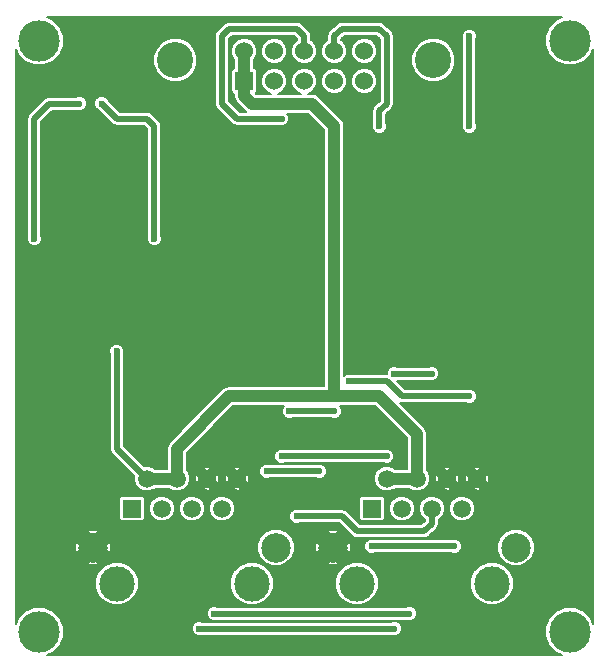
<source format=gbl>
G04 (created by PCBNEW (2013-may-18)-stable) date Wed 22 Oct 2014 04:49:01 PM CEST*
%MOIN*%
G04 Gerber Fmt 3.4, Leading zero omitted, Abs format*
%FSLAX34Y34*%
G01*
G70*
G90*
G04 APERTURE LIST*
%ADD10C,0.00590551*%
%ADD11C,0.11811*%
%ADD12R,0.0591X0.0591*%
%ADD13C,0.0591*%
%ADD14C,0.0984252*%
%ADD15C,0.137795*%
%ADD16C,0.12*%
%ADD17R,0.06X0.06*%
%ADD18C,0.06*%
%ADD19C,0.023622*%
%ADD20C,0.019685*%
%ADD21C,0.0393701*%
%ADD22C,0.0067*%
G04 APERTURE END LIST*
G54D10*
G54D11*
X55250Y-32500D03*
X50750Y-32500D03*
G54D12*
X51250Y-30000D03*
G54D13*
X51750Y-29000D03*
X52250Y-30000D03*
X52750Y-29000D03*
X53250Y-30000D03*
X53750Y-29000D03*
X54250Y-30000D03*
X54750Y-29000D03*
G54D14*
X49950Y-31299D03*
X56050Y-31299D03*
G54D11*
X47250Y-32500D03*
X42750Y-32500D03*
G54D12*
X43250Y-30000D03*
G54D13*
X43750Y-29000D03*
X44250Y-30000D03*
X44750Y-29000D03*
X45250Y-30000D03*
X45750Y-29000D03*
X46250Y-30000D03*
X46750Y-29000D03*
G54D14*
X41950Y-31299D03*
X48050Y-31299D03*
G54D15*
X40150Y-14400D03*
X40150Y-34100D03*
X57850Y-34100D03*
X57850Y-14400D03*
G54D16*
X53300Y-15050D03*
X44700Y-15050D03*
G54D17*
X47000Y-15750D03*
G54D18*
X47000Y-14750D03*
X48000Y-15750D03*
X48000Y-14750D03*
X49000Y-15750D03*
X49000Y-14750D03*
X50000Y-15750D03*
X50000Y-14750D03*
X51000Y-15750D03*
X51000Y-14750D03*
G54D19*
X42750Y-24750D03*
X41500Y-16500D03*
X40000Y-21000D03*
X42250Y-16500D03*
X44000Y-21000D03*
X52000Y-34000D03*
X45500Y-34000D03*
X48250Y-28250D03*
X51750Y-28250D03*
X48750Y-30250D03*
X46000Y-33500D03*
X52500Y-33500D03*
X53250Y-25500D03*
X52000Y-25500D03*
X56750Y-21500D03*
X55250Y-21500D03*
X53750Y-21500D03*
X52250Y-21500D03*
X50750Y-21500D03*
X49250Y-21500D03*
X47750Y-21500D03*
X46250Y-21500D03*
X48500Y-26750D03*
X50000Y-26750D03*
X54500Y-26250D03*
X50500Y-25750D03*
X51250Y-31250D03*
X54000Y-31250D03*
X49500Y-28750D03*
X47750Y-28750D03*
X54500Y-14250D03*
X54500Y-17250D03*
X51500Y-17250D03*
X48250Y-17000D03*
G54D20*
X42750Y-28000D02*
X43750Y-29000D01*
X42750Y-24750D02*
X42750Y-28000D01*
G54D21*
X50000Y-26250D02*
X50000Y-25500D01*
X50000Y-25500D02*
X50000Y-17250D01*
X47000Y-16250D02*
X47000Y-15750D01*
X47000Y-16250D02*
X47250Y-16500D01*
X47250Y-16500D02*
X49250Y-16500D01*
X49250Y-16500D02*
X50000Y-17250D01*
X47000Y-14750D02*
X47000Y-15750D01*
G54D20*
X40500Y-16500D02*
X41500Y-16500D01*
X40000Y-17000D02*
X40500Y-16500D01*
X40000Y-17000D02*
X40000Y-21000D01*
G54D21*
X46500Y-26250D02*
X50000Y-26250D01*
X50000Y-26250D02*
X51500Y-26250D01*
X52750Y-29000D02*
X52750Y-27500D01*
X52750Y-27500D02*
X51500Y-26250D01*
X46500Y-26250D02*
X46500Y-26250D01*
X44750Y-28000D02*
X46500Y-26250D01*
X44750Y-28000D02*
X44750Y-28000D01*
X44750Y-28000D02*
X44750Y-29000D01*
X51750Y-29000D02*
X52750Y-29000D01*
X43750Y-29000D02*
X44750Y-29000D01*
G54D20*
X42250Y-16500D02*
X42750Y-17000D01*
X42750Y-17000D02*
X43750Y-17000D01*
X43750Y-17000D02*
X44000Y-17250D01*
X44000Y-17250D02*
X44000Y-21000D01*
X45500Y-34000D02*
X52000Y-34000D01*
X51750Y-28250D02*
X48250Y-28250D01*
X53250Y-30500D02*
X53250Y-30000D01*
X53000Y-30750D02*
X53250Y-30500D01*
X50750Y-30750D02*
X53000Y-30750D01*
X50250Y-30250D02*
X50750Y-30750D01*
X50000Y-30250D02*
X50250Y-30250D01*
X48750Y-30250D02*
X50000Y-30250D01*
X46000Y-33500D02*
X52500Y-33500D01*
X52750Y-25500D02*
X53250Y-25500D01*
X52000Y-25500D02*
X52750Y-25500D01*
X48500Y-26750D02*
X50000Y-26750D01*
X50500Y-25750D02*
X51750Y-25750D01*
X52250Y-26250D02*
X54500Y-26250D01*
X51750Y-25750D02*
X52250Y-26250D01*
X51250Y-31250D02*
X54000Y-31250D01*
X47750Y-28750D02*
X49500Y-28750D01*
X54500Y-14250D02*
X54500Y-17250D01*
X51500Y-14000D02*
X50250Y-14000D01*
X51750Y-14250D02*
X51500Y-14000D01*
X51750Y-16500D02*
X51750Y-16250D01*
X51500Y-16750D02*
X51750Y-16500D01*
X51500Y-17250D02*
X51500Y-16750D01*
X51750Y-16250D02*
X51750Y-14250D01*
X50000Y-14250D02*
X50000Y-14750D01*
X50250Y-14000D02*
X50000Y-14250D01*
X46750Y-17000D02*
X48250Y-17000D01*
X48750Y-14000D02*
X49000Y-14250D01*
X49000Y-14750D02*
X49000Y-14250D01*
X46250Y-16250D02*
X46250Y-14250D01*
X46750Y-17000D02*
X46250Y-16500D01*
X46250Y-16500D02*
X46250Y-16250D01*
X46250Y-14250D02*
X46500Y-14000D01*
X46500Y-14000D02*
X48750Y-14000D01*
X48250Y-17000D02*
X48250Y-17000D01*
X48250Y-17000D02*
X48250Y-17000D01*
G54D10*
G36*
X58629Y-33833D02*
X58547Y-33634D01*
X58316Y-33403D01*
X58014Y-33277D01*
X57687Y-33277D01*
X57384Y-33402D01*
X57153Y-33633D01*
X57027Y-33935D01*
X57027Y-34262D01*
X57152Y-34565D01*
X57383Y-34796D01*
X57583Y-34879D01*
X56675Y-34879D01*
X56675Y-31175D01*
X56580Y-30945D01*
X56404Y-30769D01*
X56174Y-30673D01*
X55926Y-30673D01*
X55696Y-30768D01*
X55519Y-30944D01*
X55424Y-31174D01*
X55424Y-31423D01*
X55519Y-31653D01*
X55695Y-31829D01*
X55925Y-31924D01*
X56173Y-31924D01*
X56403Y-31829D01*
X56580Y-31654D01*
X56675Y-31424D01*
X56675Y-31175D01*
X56675Y-34879D01*
X55974Y-34879D01*
X55974Y-32356D01*
X55864Y-32090D01*
X55660Y-31886D01*
X55394Y-31776D01*
X55149Y-31775D01*
X55149Y-28944D01*
X55140Y-28898D01*
X55100Y-28857D01*
X54958Y-29000D01*
X55100Y-29142D01*
X55140Y-29101D01*
X55149Y-28944D01*
X55149Y-31775D01*
X55106Y-31775D01*
X54892Y-31864D01*
X54892Y-29350D01*
X54892Y-28649D01*
X54851Y-28609D01*
X54751Y-28603D01*
X54751Y-26200D01*
X54751Y-17200D01*
X54731Y-17152D01*
X54731Y-14347D01*
X54751Y-14300D01*
X54751Y-14200D01*
X54713Y-14107D01*
X54642Y-14036D01*
X54550Y-13998D01*
X54450Y-13998D01*
X54357Y-14036D01*
X54286Y-14107D01*
X54248Y-14199D01*
X54248Y-14299D01*
X54268Y-14347D01*
X54268Y-17152D01*
X54248Y-17199D01*
X54248Y-17299D01*
X54286Y-17392D01*
X54357Y-17463D01*
X54449Y-17501D01*
X54549Y-17501D01*
X54642Y-17463D01*
X54713Y-17392D01*
X54751Y-17300D01*
X54751Y-17200D01*
X54751Y-26200D01*
X54713Y-26107D01*
X54642Y-26036D01*
X54550Y-25998D01*
X54450Y-25998D01*
X54402Y-26018D01*
X54033Y-26018D01*
X54033Y-14904D01*
X53922Y-14635D01*
X53716Y-14428D01*
X53446Y-14316D01*
X53154Y-14316D01*
X52885Y-14427D01*
X52678Y-14633D01*
X52566Y-14903D01*
X52566Y-15195D01*
X52677Y-15464D01*
X52883Y-15671D01*
X53153Y-15783D01*
X53445Y-15783D01*
X53714Y-15672D01*
X53921Y-15466D01*
X54033Y-15196D01*
X54033Y-14904D01*
X54033Y-26018D01*
X52346Y-26018D01*
X52070Y-25742D01*
X52097Y-25731D01*
X52750Y-25731D01*
X53152Y-25731D01*
X53199Y-25751D01*
X53299Y-25751D01*
X53392Y-25713D01*
X53463Y-25642D01*
X53501Y-25550D01*
X53501Y-25450D01*
X53463Y-25357D01*
X53392Y-25286D01*
X53300Y-25248D01*
X53200Y-25248D01*
X53152Y-25268D01*
X52750Y-25268D01*
X52097Y-25268D01*
X52050Y-25248D01*
X51981Y-25248D01*
X51981Y-16500D01*
X51981Y-16250D01*
X51981Y-14250D01*
X51964Y-14161D01*
X51913Y-14086D01*
X51913Y-14086D01*
X51663Y-13836D01*
X51588Y-13785D01*
X51500Y-13768D01*
X51499Y-13768D01*
X50250Y-13768D01*
X50161Y-13785D01*
X50086Y-13836D01*
X50086Y-13836D01*
X49836Y-14086D01*
X49785Y-14161D01*
X49768Y-14250D01*
X49768Y-14250D01*
X49768Y-14376D01*
X49754Y-14382D01*
X49632Y-14504D01*
X49566Y-14663D01*
X49566Y-14835D01*
X49632Y-14995D01*
X49754Y-15117D01*
X49913Y-15183D01*
X50085Y-15183D01*
X50245Y-15117D01*
X50367Y-14995D01*
X50433Y-14836D01*
X50433Y-14664D01*
X50367Y-14504D01*
X50245Y-14382D01*
X50231Y-14376D01*
X50231Y-14346D01*
X50346Y-14231D01*
X51403Y-14231D01*
X51518Y-14346D01*
X51518Y-16250D01*
X51518Y-16403D01*
X51433Y-16488D01*
X51433Y-15664D01*
X51433Y-14664D01*
X51367Y-14504D01*
X51245Y-14382D01*
X51086Y-14316D01*
X50914Y-14316D01*
X50754Y-14382D01*
X50632Y-14504D01*
X50566Y-14663D01*
X50566Y-14835D01*
X50632Y-14995D01*
X50754Y-15117D01*
X50913Y-15183D01*
X51085Y-15183D01*
X51245Y-15117D01*
X51367Y-14995D01*
X51433Y-14836D01*
X51433Y-14664D01*
X51433Y-15664D01*
X51367Y-15504D01*
X51245Y-15382D01*
X51086Y-15316D01*
X50914Y-15316D01*
X50754Y-15382D01*
X50632Y-15504D01*
X50566Y-15663D01*
X50566Y-15835D01*
X50632Y-15995D01*
X50754Y-16117D01*
X50913Y-16183D01*
X51085Y-16183D01*
X51245Y-16117D01*
X51367Y-15995D01*
X51433Y-15836D01*
X51433Y-15664D01*
X51433Y-16488D01*
X51336Y-16586D01*
X51285Y-16661D01*
X51268Y-16750D01*
X51268Y-16750D01*
X51268Y-17152D01*
X51248Y-17199D01*
X51248Y-17299D01*
X51286Y-17392D01*
X51357Y-17463D01*
X51449Y-17501D01*
X51549Y-17501D01*
X51642Y-17463D01*
X51713Y-17392D01*
X51751Y-17300D01*
X51751Y-17200D01*
X51731Y-17152D01*
X51731Y-16846D01*
X51913Y-16663D01*
X51913Y-16663D01*
X51913Y-16663D01*
X51964Y-16588D01*
X51981Y-16500D01*
X51981Y-25248D01*
X51950Y-25248D01*
X51857Y-25286D01*
X51786Y-25357D01*
X51748Y-25449D01*
X51748Y-25518D01*
X50597Y-25518D01*
X50550Y-25498D01*
X50450Y-25498D01*
X50433Y-25505D01*
X50433Y-15664D01*
X50367Y-15504D01*
X50245Y-15382D01*
X50086Y-15316D01*
X49914Y-15316D01*
X49754Y-15382D01*
X49632Y-15504D01*
X49566Y-15663D01*
X49566Y-15835D01*
X49632Y-15995D01*
X49754Y-16117D01*
X49913Y-16183D01*
X50085Y-16183D01*
X50245Y-16117D01*
X50367Y-15995D01*
X50433Y-15836D01*
X50433Y-15664D01*
X50433Y-25505D01*
X50357Y-25536D01*
X50330Y-25563D01*
X50330Y-25500D01*
X50330Y-17250D01*
X50330Y-17249D01*
X50305Y-17123D01*
X50233Y-17016D01*
X50233Y-17016D01*
X49483Y-16266D01*
X49376Y-16194D01*
X49250Y-16169D01*
X49119Y-16169D01*
X49245Y-16117D01*
X49367Y-15995D01*
X49433Y-15836D01*
X49433Y-15664D01*
X49367Y-15504D01*
X49245Y-15382D01*
X49086Y-15316D01*
X48914Y-15316D01*
X48754Y-15382D01*
X48632Y-15504D01*
X48566Y-15663D01*
X48566Y-15835D01*
X48632Y-15995D01*
X48754Y-16117D01*
X48880Y-16169D01*
X48119Y-16169D01*
X48245Y-16117D01*
X48367Y-15995D01*
X48433Y-15836D01*
X48433Y-15664D01*
X48433Y-14664D01*
X48367Y-14504D01*
X48245Y-14382D01*
X48086Y-14316D01*
X47914Y-14316D01*
X47754Y-14382D01*
X47632Y-14504D01*
X47566Y-14663D01*
X47566Y-14835D01*
X47632Y-14995D01*
X47754Y-15117D01*
X47913Y-15183D01*
X48085Y-15183D01*
X48245Y-15117D01*
X48367Y-14995D01*
X48433Y-14836D01*
X48433Y-14664D01*
X48433Y-15664D01*
X48367Y-15504D01*
X48245Y-15382D01*
X48086Y-15316D01*
X47914Y-15316D01*
X47754Y-15382D01*
X47632Y-15504D01*
X47566Y-15663D01*
X47566Y-15835D01*
X47632Y-15995D01*
X47754Y-16117D01*
X47880Y-16169D01*
X47386Y-16169D01*
X47377Y-16160D01*
X47413Y-16125D01*
X47433Y-16076D01*
X47433Y-16023D01*
X47433Y-15423D01*
X47413Y-15374D01*
X47375Y-15336D01*
X47330Y-15318D01*
X47330Y-15032D01*
X47367Y-14995D01*
X47433Y-14836D01*
X47433Y-14664D01*
X47367Y-14504D01*
X47245Y-14382D01*
X47086Y-14316D01*
X46914Y-14316D01*
X46754Y-14382D01*
X46632Y-14504D01*
X46566Y-14663D01*
X46566Y-14835D01*
X46632Y-14995D01*
X46669Y-15032D01*
X46669Y-15318D01*
X46624Y-15336D01*
X46586Y-15374D01*
X46566Y-15423D01*
X46566Y-15476D01*
X46566Y-16076D01*
X46586Y-16125D01*
X46624Y-16163D01*
X46669Y-16181D01*
X46669Y-16250D01*
X46694Y-16376D01*
X46766Y-16483D01*
X47016Y-16733D01*
X47016Y-16733D01*
X47068Y-16768D01*
X46846Y-16768D01*
X46481Y-16403D01*
X46481Y-16250D01*
X46481Y-14346D01*
X46596Y-14231D01*
X48653Y-14231D01*
X48768Y-14346D01*
X48768Y-14376D01*
X48754Y-14382D01*
X48632Y-14504D01*
X48566Y-14663D01*
X48566Y-14835D01*
X48632Y-14995D01*
X48754Y-15117D01*
X48913Y-15183D01*
X49085Y-15183D01*
X49245Y-15117D01*
X49367Y-14995D01*
X49433Y-14836D01*
X49433Y-14664D01*
X49367Y-14504D01*
X49245Y-14382D01*
X49231Y-14376D01*
X49231Y-14250D01*
X49214Y-14161D01*
X49163Y-14086D01*
X49163Y-14086D01*
X48913Y-13836D01*
X48838Y-13785D01*
X48750Y-13768D01*
X48749Y-13768D01*
X46500Y-13768D01*
X46411Y-13785D01*
X46336Y-13836D01*
X46336Y-13836D01*
X46086Y-14086D01*
X46035Y-14161D01*
X46018Y-14250D01*
X46018Y-14250D01*
X46018Y-16250D01*
X46018Y-16499D01*
X46018Y-16500D01*
X46035Y-16588D01*
X46086Y-16663D01*
X46586Y-17163D01*
X46586Y-17163D01*
X46661Y-17214D01*
X46750Y-17231D01*
X46750Y-17231D01*
X46750Y-17231D01*
X48152Y-17231D01*
X48199Y-17251D01*
X48299Y-17251D01*
X48392Y-17213D01*
X48463Y-17142D01*
X48501Y-17050D01*
X48501Y-16950D01*
X48463Y-16857D01*
X48436Y-16830D01*
X49113Y-16830D01*
X49669Y-17386D01*
X49669Y-25500D01*
X49669Y-25919D01*
X46500Y-25919D01*
X46373Y-25944D01*
X46266Y-26016D01*
X45433Y-26849D01*
X45433Y-14904D01*
X45322Y-14635D01*
X45116Y-14428D01*
X44846Y-14316D01*
X44554Y-14316D01*
X44285Y-14427D01*
X44078Y-14633D01*
X43966Y-14903D01*
X43966Y-15195D01*
X44077Y-15464D01*
X44283Y-15671D01*
X44553Y-15783D01*
X44845Y-15783D01*
X45114Y-15672D01*
X45321Y-15466D01*
X45433Y-15196D01*
X45433Y-14904D01*
X45433Y-26849D01*
X44516Y-27766D01*
X44444Y-27873D01*
X44419Y-28000D01*
X44419Y-28669D01*
X44251Y-28669D01*
X44251Y-20950D01*
X44231Y-20902D01*
X44231Y-17250D01*
X44214Y-17161D01*
X44163Y-17086D01*
X44163Y-17086D01*
X43913Y-16836D01*
X43838Y-16785D01*
X43750Y-16768D01*
X43749Y-16768D01*
X42846Y-16768D01*
X42482Y-16404D01*
X42463Y-16357D01*
X42392Y-16286D01*
X42300Y-16248D01*
X42200Y-16248D01*
X42107Y-16286D01*
X42036Y-16357D01*
X41998Y-16449D01*
X41998Y-16549D01*
X42036Y-16642D01*
X42107Y-16713D01*
X42155Y-16732D01*
X42586Y-17163D01*
X42586Y-17163D01*
X42661Y-17214D01*
X42750Y-17231D01*
X42750Y-17231D01*
X42750Y-17231D01*
X43653Y-17231D01*
X43768Y-17346D01*
X43768Y-20902D01*
X43748Y-20949D01*
X43748Y-21049D01*
X43786Y-21142D01*
X43857Y-21213D01*
X43949Y-21251D01*
X44049Y-21251D01*
X44142Y-21213D01*
X44213Y-21142D01*
X44251Y-21050D01*
X44251Y-20950D01*
X44251Y-28669D01*
X44026Y-28669D01*
X43993Y-28636D01*
X43835Y-28571D01*
X43665Y-28570D01*
X43653Y-28575D01*
X42981Y-27903D01*
X42981Y-24847D01*
X43001Y-24800D01*
X43001Y-24700D01*
X42963Y-24607D01*
X42892Y-24536D01*
X42800Y-24498D01*
X42700Y-24498D01*
X42607Y-24536D01*
X42536Y-24607D01*
X42498Y-24699D01*
X42498Y-24799D01*
X42518Y-24847D01*
X42518Y-27999D01*
X42518Y-28000D01*
X42535Y-28088D01*
X42586Y-28163D01*
X43325Y-28903D01*
X43321Y-28914D01*
X43320Y-29084D01*
X43386Y-29242D01*
X43506Y-29363D01*
X43664Y-29428D01*
X43834Y-29429D01*
X43992Y-29363D01*
X44026Y-29330D01*
X44473Y-29330D01*
X44506Y-29363D01*
X44664Y-29428D01*
X44834Y-29429D01*
X44992Y-29363D01*
X45113Y-29243D01*
X45178Y-29085D01*
X45179Y-28915D01*
X45113Y-28757D01*
X45080Y-28723D01*
X45080Y-28136D01*
X46636Y-26580D01*
X48313Y-26580D01*
X48286Y-26607D01*
X48248Y-26699D01*
X48248Y-26799D01*
X48286Y-26892D01*
X48357Y-26963D01*
X48449Y-27001D01*
X48549Y-27001D01*
X48597Y-26981D01*
X49902Y-26981D01*
X49949Y-27001D01*
X50049Y-27001D01*
X50142Y-26963D01*
X50213Y-26892D01*
X50251Y-26800D01*
X50251Y-26700D01*
X50213Y-26607D01*
X50186Y-26580D01*
X51363Y-26580D01*
X52419Y-27636D01*
X52419Y-28669D01*
X52026Y-28669D01*
X52001Y-28644D01*
X52001Y-28200D01*
X51963Y-28107D01*
X51892Y-28036D01*
X51800Y-27998D01*
X51700Y-27998D01*
X51652Y-28018D01*
X48347Y-28018D01*
X48300Y-27998D01*
X48200Y-27998D01*
X48107Y-28036D01*
X48036Y-28107D01*
X47998Y-28199D01*
X47998Y-28299D01*
X48036Y-28392D01*
X48107Y-28463D01*
X48199Y-28501D01*
X48299Y-28501D01*
X48347Y-28481D01*
X51652Y-28481D01*
X51699Y-28501D01*
X51799Y-28501D01*
X51892Y-28463D01*
X51963Y-28392D01*
X52001Y-28300D01*
X52001Y-28200D01*
X52001Y-28644D01*
X51993Y-28636D01*
X51835Y-28571D01*
X51665Y-28570D01*
X51507Y-28636D01*
X51386Y-28756D01*
X51321Y-28914D01*
X51320Y-29084D01*
X51386Y-29242D01*
X51506Y-29363D01*
X51664Y-29428D01*
X51834Y-29429D01*
X51992Y-29363D01*
X52026Y-29330D01*
X52473Y-29330D01*
X52506Y-29363D01*
X52664Y-29428D01*
X52834Y-29429D01*
X52992Y-29363D01*
X53113Y-29243D01*
X53178Y-29085D01*
X53179Y-28915D01*
X53113Y-28757D01*
X53080Y-28723D01*
X53080Y-27500D01*
X53055Y-27373D01*
X52983Y-27266D01*
X52186Y-26469D01*
X52250Y-26481D01*
X52250Y-26481D01*
X52250Y-26481D01*
X54402Y-26481D01*
X54449Y-26501D01*
X54549Y-26501D01*
X54642Y-26463D01*
X54713Y-26392D01*
X54751Y-26300D01*
X54751Y-26200D01*
X54751Y-28603D01*
X54694Y-28600D01*
X54648Y-28609D01*
X54607Y-28649D01*
X54750Y-28791D01*
X54892Y-28649D01*
X54892Y-29350D01*
X54750Y-29208D01*
X54607Y-29350D01*
X54648Y-29390D01*
X54805Y-29399D01*
X54851Y-29390D01*
X54892Y-29350D01*
X54892Y-31864D01*
X54840Y-31885D01*
X54679Y-32046D01*
X54679Y-29915D01*
X54613Y-29757D01*
X54541Y-29684D01*
X54541Y-29000D01*
X54399Y-28857D01*
X54359Y-28898D01*
X54350Y-29055D01*
X54359Y-29101D01*
X54399Y-29142D01*
X54541Y-29000D01*
X54541Y-29684D01*
X54493Y-29636D01*
X54335Y-29571D01*
X54165Y-29570D01*
X54149Y-29577D01*
X54149Y-28944D01*
X54140Y-28898D01*
X54100Y-28857D01*
X53958Y-29000D01*
X54100Y-29142D01*
X54140Y-29101D01*
X54149Y-28944D01*
X54149Y-29577D01*
X54007Y-29636D01*
X53892Y-29751D01*
X53892Y-29350D01*
X53892Y-28649D01*
X53851Y-28609D01*
X53694Y-28600D01*
X53648Y-28609D01*
X53607Y-28649D01*
X53750Y-28791D01*
X53892Y-28649D01*
X53892Y-29350D01*
X53750Y-29208D01*
X53607Y-29350D01*
X53648Y-29390D01*
X53805Y-29399D01*
X53851Y-29390D01*
X53892Y-29350D01*
X53892Y-29751D01*
X53886Y-29756D01*
X53821Y-29914D01*
X53820Y-30084D01*
X53886Y-30242D01*
X54006Y-30363D01*
X54164Y-30428D01*
X54334Y-30429D01*
X54492Y-30363D01*
X54613Y-30243D01*
X54678Y-30085D01*
X54679Y-29915D01*
X54679Y-32046D01*
X54636Y-32089D01*
X54526Y-32355D01*
X54525Y-32643D01*
X54635Y-32909D01*
X54839Y-33113D01*
X55105Y-33223D01*
X55393Y-33224D01*
X55659Y-33114D01*
X55863Y-32910D01*
X55973Y-32644D01*
X55974Y-32356D01*
X55974Y-34879D01*
X54251Y-34879D01*
X54251Y-31200D01*
X54213Y-31107D01*
X54142Y-31036D01*
X54050Y-30998D01*
X53950Y-30998D01*
X53902Y-31018D01*
X53679Y-31018D01*
X53679Y-29915D01*
X53613Y-29757D01*
X53541Y-29684D01*
X53541Y-29000D01*
X53399Y-28857D01*
X53359Y-28898D01*
X53350Y-29055D01*
X53359Y-29101D01*
X53399Y-29142D01*
X53541Y-29000D01*
X53541Y-29684D01*
X53493Y-29636D01*
X53335Y-29571D01*
X53165Y-29570D01*
X53007Y-29636D01*
X52886Y-29756D01*
X52821Y-29914D01*
X52820Y-30084D01*
X52886Y-30242D01*
X53006Y-30363D01*
X53018Y-30368D01*
X53018Y-30403D01*
X52903Y-30518D01*
X52679Y-30518D01*
X52679Y-29915D01*
X52613Y-29757D01*
X52493Y-29636D01*
X52335Y-29571D01*
X52165Y-29570D01*
X52007Y-29636D01*
X51886Y-29756D01*
X51821Y-29914D01*
X51820Y-30084D01*
X51886Y-30242D01*
X52006Y-30363D01*
X52164Y-30428D01*
X52334Y-30429D01*
X52492Y-30363D01*
X52613Y-30243D01*
X52678Y-30085D01*
X52679Y-29915D01*
X52679Y-30518D01*
X51679Y-30518D01*
X51679Y-30269D01*
X51679Y-29678D01*
X51658Y-29628D01*
X51621Y-29591D01*
X51572Y-29571D01*
X51519Y-29570D01*
X50928Y-29570D01*
X50878Y-29591D01*
X50841Y-29628D01*
X50821Y-29677D01*
X50820Y-29730D01*
X50820Y-30321D01*
X50841Y-30371D01*
X50878Y-30408D01*
X50927Y-30428D01*
X50980Y-30429D01*
X51571Y-30429D01*
X51621Y-30408D01*
X51658Y-30371D01*
X51678Y-30322D01*
X51679Y-30269D01*
X51679Y-30518D01*
X50846Y-30518D01*
X50413Y-30086D01*
X50338Y-30035D01*
X50250Y-30018D01*
X50249Y-30018D01*
X50000Y-30018D01*
X49751Y-30018D01*
X49751Y-28700D01*
X49713Y-28607D01*
X49642Y-28536D01*
X49550Y-28498D01*
X49450Y-28498D01*
X49402Y-28518D01*
X47847Y-28518D01*
X47800Y-28498D01*
X47700Y-28498D01*
X47607Y-28536D01*
X47536Y-28607D01*
X47498Y-28699D01*
X47498Y-28799D01*
X47536Y-28892D01*
X47607Y-28963D01*
X47699Y-29001D01*
X47799Y-29001D01*
X47847Y-28981D01*
X49402Y-28981D01*
X49449Y-29001D01*
X49549Y-29001D01*
X49642Y-28963D01*
X49713Y-28892D01*
X49751Y-28800D01*
X49751Y-28700D01*
X49751Y-30018D01*
X48847Y-30018D01*
X48800Y-29998D01*
X48700Y-29998D01*
X48607Y-30036D01*
X48536Y-30107D01*
X48498Y-30199D01*
X48498Y-30299D01*
X48536Y-30392D01*
X48607Y-30463D01*
X48699Y-30501D01*
X48799Y-30501D01*
X48847Y-30481D01*
X50000Y-30481D01*
X50153Y-30481D01*
X50586Y-30913D01*
X50586Y-30913D01*
X50661Y-30964D01*
X50750Y-30981D01*
X50750Y-30981D01*
X50750Y-30981D01*
X52999Y-30981D01*
X53000Y-30981D01*
X53000Y-30981D01*
X53088Y-30964D01*
X53163Y-30913D01*
X53413Y-30663D01*
X53413Y-30663D01*
X53413Y-30663D01*
X53464Y-30588D01*
X53481Y-30500D01*
X53481Y-30368D01*
X53492Y-30363D01*
X53613Y-30243D01*
X53678Y-30085D01*
X53679Y-29915D01*
X53679Y-31018D01*
X51347Y-31018D01*
X51300Y-30998D01*
X51200Y-30998D01*
X51107Y-31036D01*
X51036Y-31107D01*
X50998Y-31199D01*
X50998Y-31299D01*
X51036Y-31392D01*
X51107Y-31463D01*
X51199Y-31501D01*
X51299Y-31501D01*
X51347Y-31481D01*
X53902Y-31481D01*
X53949Y-31501D01*
X54049Y-31501D01*
X54142Y-31463D01*
X54213Y-31392D01*
X54251Y-31300D01*
X54251Y-31200D01*
X54251Y-34879D01*
X52751Y-34879D01*
X52751Y-33450D01*
X52713Y-33357D01*
X52642Y-33286D01*
X52550Y-33248D01*
X52450Y-33248D01*
X52402Y-33268D01*
X51474Y-33268D01*
X51474Y-32356D01*
X51364Y-32090D01*
X51160Y-31886D01*
X50894Y-31776D01*
X50606Y-31775D01*
X50544Y-31801D01*
X50544Y-31188D01*
X50541Y-31173D01*
X50495Y-31102D01*
X50298Y-31299D01*
X50495Y-31495D01*
X50541Y-31424D01*
X50544Y-31188D01*
X50544Y-31801D01*
X50340Y-31885D01*
X50147Y-32078D01*
X50147Y-31843D01*
X50147Y-30754D01*
X50076Y-30708D01*
X49840Y-30705D01*
X49825Y-30708D01*
X49754Y-30754D01*
X49950Y-30951D01*
X50147Y-30754D01*
X50147Y-31843D01*
X49950Y-31647D01*
X49754Y-31843D01*
X49825Y-31890D01*
X50061Y-31893D01*
X50076Y-31890D01*
X50147Y-31843D01*
X50147Y-32078D01*
X50136Y-32089D01*
X50026Y-32355D01*
X50025Y-32643D01*
X50135Y-32909D01*
X50339Y-33113D01*
X50605Y-33223D01*
X50893Y-33224D01*
X51159Y-33114D01*
X51363Y-32910D01*
X51473Y-32644D01*
X51474Y-32356D01*
X51474Y-33268D01*
X49602Y-33268D01*
X49602Y-31299D01*
X49406Y-31102D01*
X49359Y-31173D01*
X49356Y-31409D01*
X49359Y-31424D01*
X49406Y-31495D01*
X49602Y-31299D01*
X49602Y-33268D01*
X48675Y-33268D01*
X48675Y-31175D01*
X48580Y-30945D01*
X48404Y-30769D01*
X48174Y-30673D01*
X47926Y-30673D01*
X47696Y-30768D01*
X47519Y-30944D01*
X47424Y-31174D01*
X47424Y-31423D01*
X47519Y-31653D01*
X47695Y-31829D01*
X47925Y-31924D01*
X48173Y-31924D01*
X48403Y-31829D01*
X48580Y-31654D01*
X48675Y-31424D01*
X48675Y-31175D01*
X48675Y-33268D01*
X47974Y-33268D01*
X47974Y-32356D01*
X47864Y-32090D01*
X47660Y-31886D01*
X47394Y-31776D01*
X47149Y-31775D01*
X47149Y-28944D01*
X47140Y-28898D01*
X47100Y-28857D01*
X46958Y-29000D01*
X47100Y-29142D01*
X47140Y-29101D01*
X47149Y-28944D01*
X47149Y-31775D01*
X47106Y-31775D01*
X46892Y-31864D01*
X46892Y-29350D01*
X46892Y-28649D01*
X46851Y-28609D01*
X46694Y-28600D01*
X46648Y-28609D01*
X46607Y-28649D01*
X46750Y-28791D01*
X46892Y-28649D01*
X46892Y-29350D01*
X46750Y-29208D01*
X46607Y-29350D01*
X46648Y-29390D01*
X46805Y-29399D01*
X46851Y-29390D01*
X46892Y-29350D01*
X46892Y-31864D01*
X46840Y-31885D01*
X46679Y-32046D01*
X46679Y-29915D01*
X46613Y-29757D01*
X46541Y-29684D01*
X46541Y-29000D01*
X46399Y-28857D01*
X46359Y-28898D01*
X46350Y-29055D01*
X46359Y-29101D01*
X46399Y-29142D01*
X46541Y-29000D01*
X46541Y-29684D01*
X46493Y-29636D01*
X46335Y-29571D01*
X46165Y-29570D01*
X46149Y-29577D01*
X46149Y-28944D01*
X46140Y-28898D01*
X46100Y-28857D01*
X45958Y-29000D01*
X46100Y-29142D01*
X46140Y-29101D01*
X46149Y-28944D01*
X46149Y-29577D01*
X46007Y-29636D01*
X45892Y-29751D01*
X45892Y-29350D01*
X45892Y-28649D01*
X45851Y-28609D01*
X45694Y-28600D01*
X45648Y-28609D01*
X45607Y-28649D01*
X45750Y-28791D01*
X45892Y-28649D01*
X45892Y-29350D01*
X45750Y-29208D01*
X45607Y-29350D01*
X45648Y-29390D01*
X45805Y-29399D01*
X45851Y-29390D01*
X45892Y-29350D01*
X45892Y-29751D01*
X45886Y-29756D01*
X45821Y-29914D01*
X45820Y-30084D01*
X45886Y-30242D01*
X46006Y-30363D01*
X46164Y-30428D01*
X46334Y-30429D01*
X46492Y-30363D01*
X46613Y-30243D01*
X46678Y-30085D01*
X46679Y-29915D01*
X46679Y-32046D01*
X46636Y-32089D01*
X46526Y-32355D01*
X46525Y-32643D01*
X46635Y-32909D01*
X46839Y-33113D01*
X47105Y-33223D01*
X47393Y-33224D01*
X47659Y-33114D01*
X47863Y-32910D01*
X47973Y-32644D01*
X47974Y-32356D01*
X47974Y-33268D01*
X46097Y-33268D01*
X46050Y-33248D01*
X45950Y-33248D01*
X45857Y-33286D01*
X45786Y-33357D01*
X45748Y-33449D01*
X45748Y-33549D01*
X45786Y-33642D01*
X45857Y-33713D01*
X45949Y-33751D01*
X46049Y-33751D01*
X46097Y-33731D01*
X52402Y-33731D01*
X52449Y-33751D01*
X52549Y-33751D01*
X52642Y-33713D01*
X52713Y-33642D01*
X52751Y-33550D01*
X52751Y-33450D01*
X52751Y-34879D01*
X52251Y-34879D01*
X52251Y-33950D01*
X52213Y-33857D01*
X52142Y-33786D01*
X52050Y-33748D01*
X51950Y-33748D01*
X51902Y-33768D01*
X45679Y-33768D01*
X45679Y-29915D01*
X45613Y-29757D01*
X45541Y-29684D01*
X45541Y-29000D01*
X45399Y-28857D01*
X45359Y-28898D01*
X45350Y-29055D01*
X45359Y-29101D01*
X45399Y-29142D01*
X45541Y-29000D01*
X45541Y-29684D01*
X45493Y-29636D01*
X45335Y-29571D01*
X45165Y-29570D01*
X45007Y-29636D01*
X44886Y-29756D01*
X44821Y-29914D01*
X44820Y-30084D01*
X44886Y-30242D01*
X45006Y-30363D01*
X45164Y-30428D01*
X45334Y-30429D01*
X45492Y-30363D01*
X45613Y-30243D01*
X45678Y-30085D01*
X45679Y-29915D01*
X45679Y-33768D01*
X45597Y-33768D01*
X45550Y-33748D01*
X45450Y-33748D01*
X45357Y-33786D01*
X45286Y-33857D01*
X45248Y-33949D01*
X45248Y-34049D01*
X45286Y-34142D01*
X45357Y-34213D01*
X45449Y-34251D01*
X45549Y-34251D01*
X45597Y-34231D01*
X51902Y-34231D01*
X51949Y-34251D01*
X52049Y-34251D01*
X52142Y-34213D01*
X52213Y-34142D01*
X52251Y-34050D01*
X52251Y-33950D01*
X52251Y-34879D01*
X44679Y-34879D01*
X44679Y-29915D01*
X44613Y-29757D01*
X44493Y-29636D01*
X44335Y-29571D01*
X44165Y-29570D01*
X44007Y-29636D01*
X43886Y-29756D01*
X43821Y-29914D01*
X43820Y-30084D01*
X43886Y-30242D01*
X44006Y-30363D01*
X44164Y-30428D01*
X44334Y-30429D01*
X44492Y-30363D01*
X44613Y-30243D01*
X44678Y-30085D01*
X44679Y-29915D01*
X44679Y-34879D01*
X43679Y-34879D01*
X43679Y-30269D01*
X43679Y-29678D01*
X43658Y-29628D01*
X43621Y-29591D01*
X43572Y-29571D01*
X43519Y-29570D01*
X42928Y-29570D01*
X42878Y-29591D01*
X42841Y-29628D01*
X42821Y-29677D01*
X42820Y-29730D01*
X42820Y-30321D01*
X42841Y-30371D01*
X42878Y-30408D01*
X42927Y-30428D01*
X42980Y-30429D01*
X43571Y-30429D01*
X43621Y-30408D01*
X43658Y-30371D01*
X43678Y-30322D01*
X43679Y-30269D01*
X43679Y-34879D01*
X43474Y-34879D01*
X43474Y-32356D01*
X43364Y-32090D01*
X43160Y-31886D01*
X42894Y-31776D01*
X42606Y-31775D01*
X42544Y-31801D01*
X42544Y-31188D01*
X42541Y-31173D01*
X42495Y-31102D01*
X42298Y-31299D01*
X42495Y-31495D01*
X42541Y-31424D01*
X42544Y-31188D01*
X42544Y-31801D01*
X42340Y-31885D01*
X42147Y-32078D01*
X42147Y-31843D01*
X42147Y-30754D01*
X42076Y-30708D01*
X41840Y-30705D01*
X41825Y-30708D01*
X41754Y-30754D01*
X41950Y-30951D01*
X42147Y-30754D01*
X42147Y-31843D01*
X41950Y-31647D01*
X41754Y-31843D01*
X41825Y-31890D01*
X42061Y-31893D01*
X42076Y-31890D01*
X42147Y-31843D01*
X42147Y-32078D01*
X42136Y-32089D01*
X42026Y-32355D01*
X42025Y-32643D01*
X42135Y-32909D01*
X42339Y-33113D01*
X42605Y-33223D01*
X42893Y-33224D01*
X43159Y-33114D01*
X43363Y-32910D01*
X43473Y-32644D01*
X43474Y-32356D01*
X43474Y-34879D01*
X41751Y-34879D01*
X41751Y-16450D01*
X41713Y-16357D01*
X41642Y-16286D01*
X41550Y-16248D01*
X41450Y-16248D01*
X41402Y-16268D01*
X40500Y-16268D01*
X40500Y-16268D01*
X40411Y-16285D01*
X40336Y-16336D01*
X40336Y-16336D01*
X39836Y-16836D01*
X39785Y-16911D01*
X39768Y-17000D01*
X39768Y-17000D01*
X39768Y-20902D01*
X39748Y-20949D01*
X39748Y-21049D01*
X39786Y-21142D01*
X39857Y-21213D01*
X39949Y-21251D01*
X40049Y-21251D01*
X40142Y-21213D01*
X40213Y-21142D01*
X40251Y-21050D01*
X40251Y-20950D01*
X40231Y-20902D01*
X40231Y-17096D01*
X40596Y-16731D01*
X41402Y-16731D01*
X41449Y-16751D01*
X41549Y-16751D01*
X41642Y-16713D01*
X41713Y-16642D01*
X41751Y-16550D01*
X41751Y-16450D01*
X41751Y-34879D01*
X41602Y-34879D01*
X41602Y-31299D01*
X41406Y-31102D01*
X41359Y-31173D01*
X41356Y-31409D01*
X41359Y-31424D01*
X41406Y-31495D01*
X41602Y-31299D01*
X41602Y-34879D01*
X40416Y-34879D01*
X40615Y-34797D01*
X40846Y-34566D01*
X40972Y-34264D01*
X40972Y-33937D01*
X40847Y-33634D01*
X40616Y-33403D01*
X40314Y-33277D01*
X39987Y-33277D01*
X39684Y-33402D01*
X39453Y-33633D01*
X39370Y-33833D01*
X39370Y-14666D01*
X39452Y-14865D01*
X39683Y-15096D01*
X39985Y-15222D01*
X40312Y-15222D01*
X40615Y-15097D01*
X40846Y-14866D01*
X40972Y-14564D01*
X40972Y-14237D01*
X40847Y-13934D01*
X40616Y-13703D01*
X40416Y-13620D01*
X57583Y-13620D01*
X57384Y-13702D01*
X57153Y-13933D01*
X57027Y-14235D01*
X57027Y-14562D01*
X57152Y-14865D01*
X57383Y-15096D01*
X57685Y-15222D01*
X58012Y-15222D01*
X58315Y-15097D01*
X58546Y-14866D01*
X58629Y-14666D01*
X58629Y-33833D01*
X58629Y-33833D01*
G37*
G54D22*
X58629Y-33833D02*
X58547Y-33634D01*
X58316Y-33403D01*
X58014Y-33277D01*
X57687Y-33277D01*
X57384Y-33402D01*
X57153Y-33633D01*
X57027Y-33935D01*
X57027Y-34262D01*
X57152Y-34565D01*
X57383Y-34796D01*
X57583Y-34879D01*
X56675Y-34879D01*
X56675Y-31175D01*
X56580Y-30945D01*
X56404Y-30769D01*
X56174Y-30673D01*
X55926Y-30673D01*
X55696Y-30768D01*
X55519Y-30944D01*
X55424Y-31174D01*
X55424Y-31423D01*
X55519Y-31653D01*
X55695Y-31829D01*
X55925Y-31924D01*
X56173Y-31924D01*
X56403Y-31829D01*
X56580Y-31654D01*
X56675Y-31424D01*
X56675Y-31175D01*
X56675Y-34879D01*
X55974Y-34879D01*
X55974Y-32356D01*
X55864Y-32090D01*
X55660Y-31886D01*
X55394Y-31776D01*
X55149Y-31775D01*
X55149Y-28944D01*
X55140Y-28898D01*
X55100Y-28857D01*
X54958Y-29000D01*
X55100Y-29142D01*
X55140Y-29101D01*
X55149Y-28944D01*
X55149Y-31775D01*
X55106Y-31775D01*
X54892Y-31864D01*
X54892Y-29350D01*
X54892Y-28649D01*
X54851Y-28609D01*
X54751Y-28603D01*
X54751Y-26200D01*
X54751Y-17200D01*
X54731Y-17152D01*
X54731Y-14347D01*
X54751Y-14300D01*
X54751Y-14200D01*
X54713Y-14107D01*
X54642Y-14036D01*
X54550Y-13998D01*
X54450Y-13998D01*
X54357Y-14036D01*
X54286Y-14107D01*
X54248Y-14199D01*
X54248Y-14299D01*
X54268Y-14347D01*
X54268Y-17152D01*
X54248Y-17199D01*
X54248Y-17299D01*
X54286Y-17392D01*
X54357Y-17463D01*
X54449Y-17501D01*
X54549Y-17501D01*
X54642Y-17463D01*
X54713Y-17392D01*
X54751Y-17300D01*
X54751Y-17200D01*
X54751Y-26200D01*
X54713Y-26107D01*
X54642Y-26036D01*
X54550Y-25998D01*
X54450Y-25998D01*
X54402Y-26018D01*
X54033Y-26018D01*
X54033Y-14904D01*
X53922Y-14635D01*
X53716Y-14428D01*
X53446Y-14316D01*
X53154Y-14316D01*
X52885Y-14427D01*
X52678Y-14633D01*
X52566Y-14903D01*
X52566Y-15195D01*
X52677Y-15464D01*
X52883Y-15671D01*
X53153Y-15783D01*
X53445Y-15783D01*
X53714Y-15672D01*
X53921Y-15466D01*
X54033Y-15196D01*
X54033Y-14904D01*
X54033Y-26018D01*
X52346Y-26018D01*
X52070Y-25742D01*
X52097Y-25731D01*
X52750Y-25731D01*
X53152Y-25731D01*
X53199Y-25751D01*
X53299Y-25751D01*
X53392Y-25713D01*
X53463Y-25642D01*
X53501Y-25550D01*
X53501Y-25450D01*
X53463Y-25357D01*
X53392Y-25286D01*
X53300Y-25248D01*
X53200Y-25248D01*
X53152Y-25268D01*
X52750Y-25268D01*
X52097Y-25268D01*
X52050Y-25248D01*
X51981Y-25248D01*
X51981Y-16500D01*
X51981Y-16250D01*
X51981Y-14250D01*
X51964Y-14161D01*
X51913Y-14086D01*
X51913Y-14086D01*
X51663Y-13836D01*
X51588Y-13785D01*
X51500Y-13768D01*
X51499Y-13768D01*
X50250Y-13768D01*
X50161Y-13785D01*
X50086Y-13836D01*
X50086Y-13836D01*
X49836Y-14086D01*
X49785Y-14161D01*
X49768Y-14250D01*
X49768Y-14250D01*
X49768Y-14376D01*
X49754Y-14382D01*
X49632Y-14504D01*
X49566Y-14663D01*
X49566Y-14835D01*
X49632Y-14995D01*
X49754Y-15117D01*
X49913Y-15183D01*
X50085Y-15183D01*
X50245Y-15117D01*
X50367Y-14995D01*
X50433Y-14836D01*
X50433Y-14664D01*
X50367Y-14504D01*
X50245Y-14382D01*
X50231Y-14376D01*
X50231Y-14346D01*
X50346Y-14231D01*
X51403Y-14231D01*
X51518Y-14346D01*
X51518Y-16250D01*
X51518Y-16403D01*
X51433Y-16488D01*
X51433Y-15664D01*
X51433Y-14664D01*
X51367Y-14504D01*
X51245Y-14382D01*
X51086Y-14316D01*
X50914Y-14316D01*
X50754Y-14382D01*
X50632Y-14504D01*
X50566Y-14663D01*
X50566Y-14835D01*
X50632Y-14995D01*
X50754Y-15117D01*
X50913Y-15183D01*
X51085Y-15183D01*
X51245Y-15117D01*
X51367Y-14995D01*
X51433Y-14836D01*
X51433Y-14664D01*
X51433Y-15664D01*
X51367Y-15504D01*
X51245Y-15382D01*
X51086Y-15316D01*
X50914Y-15316D01*
X50754Y-15382D01*
X50632Y-15504D01*
X50566Y-15663D01*
X50566Y-15835D01*
X50632Y-15995D01*
X50754Y-16117D01*
X50913Y-16183D01*
X51085Y-16183D01*
X51245Y-16117D01*
X51367Y-15995D01*
X51433Y-15836D01*
X51433Y-15664D01*
X51433Y-16488D01*
X51336Y-16586D01*
X51285Y-16661D01*
X51268Y-16750D01*
X51268Y-16750D01*
X51268Y-17152D01*
X51248Y-17199D01*
X51248Y-17299D01*
X51286Y-17392D01*
X51357Y-17463D01*
X51449Y-17501D01*
X51549Y-17501D01*
X51642Y-17463D01*
X51713Y-17392D01*
X51751Y-17300D01*
X51751Y-17200D01*
X51731Y-17152D01*
X51731Y-16846D01*
X51913Y-16663D01*
X51913Y-16663D01*
X51913Y-16663D01*
X51964Y-16588D01*
X51981Y-16500D01*
X51981Y-25248D01*
X51950Y-25248D01*
X51857Y-25286D01*
X51786Y-25357D01*
X51748Y-25449D01*
X51748Y-25518D01*
X50597Y-25518D01*
X50550Y-25498D01*
X50450Y-25498D01*
X50433Y-25505D01*
X50433Y-15664D01*
X50367Y-15504D01*
X50245Y-15382D01*
X50086Y-15316D01*
X49914Y-15316D01*
X49754Y-15382D01*
X49632Y-15504D01*
X49566Y-15663D01*
X49566Y-15835D01*
X49632Y-15995D01*
X49754Y-16117D01*
X49913Y-16183D01*
X50085Y-16183D01*
X50245Y-16117D01*
X50367Y-15995D01*
X50433Y-15836D01*
X50433Y-15664D01*
X50433Y-25505D01*
X50357Y-25536D01*
X50330Y-25563D01*
X50330Y-25500D01*
X50330Y-17250D01*
X50330Y-17249D01*
X50305Y-17123D01*
X50233Y-17016D01*
X50233Y-17016D01*
X49483Y-16266D01*
X49376Y-16194D01*
X49250Y-16169D01*
X49119Y-16169D01*
X49245Y-16117D01*
X49367Y-15995D01*
X49433Y-15836D01*
X49433Y-15664D01*
X49367Y-15504D01*
X49245Y-15382D01*
X49086Y-15316D01*
X48914Y-15316D01*
X48754Y-15382D01*
X48632Y-15504D01*
X48566Y-15663D01*
X48566Y-15835D01*
X48632Y-15995D01*
X48754Y-16117D01*
X48880Y-16169D01*
X48119Y-16169D01*
X48245Y-16117D01*
X48367Y-15995D01*
X48433Y-15836D01*
X48433Y-15664D01*
X48433Y-14664D01*
X48367Y-14504D01*
X48245Y-14382D01*
X48086Y-14316D01*
X47914Y-14316D01*
X47754Y-14382D01*
X47632Y-14504D01*
X47566Y-14663D01*
X47566Y-14835D01*
X47632Y-14995D01*
X47754Y-15117D01*
X47913Y-15183D01*
X48085Y-15183D01*
X48245Y-15117D01*
X48367Y-14995D01*
X48433Y-14836D01*
X48433Y-14664D01*
X48433Y-15664D01*
X48367Y-15504D01*
X48245Y-15382D01*
X48086Y-15316D01*
X47914Y-15316D01*
X47754Y-15382D01*
X47632Y-15504D01*
X47566Y-15663D01*
X47566Y-15835D01*
X47632Y-15995D01*
X47754Y-16117D01*
X47880Y-16169D01*
X47386Y-16169D01*
X47377Y-16160D01*
X47413Y-16125D01*
X47433Y-16076D01*
X47433Y-16023D01*
X47433Y-15423D01*
X47413Y-15374D01*
X47375Y-15336D01*
X47330Y-15318D01*
X47330Y-15032D01*
X47367Y-14995D01*
X47433Y-14836D01*
X47433Y-14664D01*
X47367Y-14504D01*
X47245Y-14382D01*
X47086Y-14316D01*
X46914Y-14316D01*
X46754Y-14382D01*
X46632Y-14504D01*
X46566Y-14663D01*
X46566Y-14835D01*
X46632Y-14995D01*
X46669Y-15032D01*
X46669Y-15318D01*
X46624Y-15336D01*
X46586Y-15374D01*
X46566Y-15423D01*
X46566Y-15476D01*
X46566Y-16076D01*
X46586Y-16125D01*
X46624Y-16163D01*
X46669Y-16181D01*
X46669Y-16250D01*
X46694Y-16376D01*
X46766Y-16483D01*
X47016Y-16733D01*
X47016Y-16733D01*
X47068Y-16768D01*
X46846Y-16768D01*
X46481Y-16403D01*
X46481Y-16250D01*
X46481Y-14346D01*
X46596Y-14231D01*
X48653Y-14231D01*
X48768Y-14346D01*
X48768Y-14376D01*
X48754Y-14382D01*
X48632Y-14504D01*
X48566Y-14663D01*
X48566Y-14835D01*
X48632Y-14995D01*
X48754Y-15117D01*
X48913Y-15183D01*
X49085Y-15183D01*
X49245Y-15117D01*
X49367Y-14995D01*
X49433Y-14836D01*
X49433Y-14664D01*
X49367Y-14504D01*
X49245Y-14382D01*
X49231Y-14376D01*
X49231Y-14250D01*
X49214Y-14161D01*
X49163Y-14086D01*
X49163Y-14086D01*
X48913Y-13836D01*
X48838Y-13785D01*
X48750Y-13768D01*
X48749Y-13768D01*
X46500Y-13768D01*
X46411Y-13785D01*
X46336Y-13836D01*
X46336Y-13836D01*
X46086Y-14086D01*
X46035Y-14161D01*
X46018Y-14250D01*
X46018Y-14250D01*
X46018Y-16250D01*
X46018Y-16499D01*
X46018Y-16500D01*
X46035Y-16588D01*
X46086Y-16663D01*
X46586Y-17163D01*
X46586Y-17163D01*
X46661Y-17214D01*
X46750Y-17231D01*
X46750Y-17231D01*
X46750Y-17231D01*
X48152Y-17231D01*
X48199Y-17251D01*
X48299Y-17251D01*
X48392Y-17213D01*
X48463Y-17142D01*
X48501Y-17050D01*
X48501Y-16950D01*
X48463Y-16857D01*
X48436Y-16830D01*
X49113Y-16830D01*
X49669Y-17386D01*
X49669Y-25500D01*
X49669Y-25919D01*
X46500Y-25919D01*
X46373Y-25944D01*
X46266Y-26016D01*
X45433Y-26849D01*
X45433Y-14904D01*
X45322Y-14635D01*
X45116Y-14428D01*
X44846Y-14316D01*
X44554Y-14316D01*
X44285Y-14427D01*
X44078Y-14633D01*
X43966Y-14903D01*
X43966Y-15195D01*
X44077Y-15464D01*
X44283Y-15671D01*
X44553Y-15783D01*
X44845Y-15783D01*
X45114Y-15672D01*
X45321Y-15466D01*
X45433Y-15196D01*
X45433Y-14904D01*
X45433Y-26849D01*
X44516Y-27766D01*
X44444Y-27873D01*
X44419Y-28000D01*
X44419Y-28669D01*
X44251Y-28669D01*
X44251Y-20950D01*
X44231Y-20902D01*
X44231Y-17250D01*
X44214Y-17161D01*
X44163Y-17086D01*
X44163Y-17086D01*
X43913Y-16836D01*
X43838Y-16785D01*
X43750Y-16768D01*
X43749Y-16768D01*
X42846Y-16768D01*
X42482Y-16404D01*
X42463Y-16357D01*
X42392Y-16286D01*
X42300Y-16248D01*
X42200Y-16248D01*
X42107Y-16286D01*
X42036Y-16357D01*
X41998Y-16449D01*
X41998Y-16549D01*
X42036Y-16642D01*
X42107Y-16713D01*
X42155Y-16732D01*
X42586Y-17163D01*
X42586Y-17163D01*
X42661Y-17214D01*
X42750Y-17231D01*
X42750Y-17231D01*
X42750Y-17231D01*
X43653Y-17231D01*
X43768Y-17346D01*
X43768Y-20902D01*
X43748Y-20949D01*
X43748Y-21049D01*
X43786Y-21142D01*
X43857Y-21213D01*
X43949Y-21251D01*
X44049Y-21251D01*
X44142Y-21213D01*
X44213Y-21142D01*
X44251Y-21050D01*
X44251Y-20950D01*
X44251Y-28669D01*
X44026Y-28669D01*
X43993Y-28636D01*
X43835Y-28571D01*
X43665Y-28570D01*
X43653Y-28575D01*
X42981Y-27903D01*
X42981Y-24847D01*
X43001Y-24800D01*
X43001Y-24700D01*
X42963Y-24607D01*
X42892Y-24536D01*
X42800Y-24498D01*
X42700Y-24498D01*
X42607Y-24536D01*
X42536Y-24607D01*
X42498Y-24699D01*
X42498Y-24799D01*
X42518Y-24847D01*
X42518Y-27999D01*
X42518Y-28000D01*
X42535Y-28088D01*
X42586Y-28163D01*
X43325Y-28903D01*
X43321Y-28914D01*
X43320Y-29084D01*
X43386Y-29242D01*
X43506Y-29363D01*
X43664Y-29428D01*
X43834Y-29429D01*
X43992Y-29363D01*
X44026Y-29330D01*
X44473Y-29330D01*
X44506Y-29363D01*
X44664Y-29428D01*
X44834Y-29429D01*
X44992Y-29363D01*
X45113Y-29243D01*
X45178Y-29085D01*
X45179Y-28915D01*
X45113Y-28757D01*
X45080Y-28723D01*
X45080Y-28136D01*
X46636Y-26580D01*
X48313Y-26580D01*
X48286Y-26607D01*
X48248Y-26699D01*
X48248Y-26799D01*
X48286Y-26892D01*
X48357Y-26963D01*
X48449Y-27001D01*
X48549Y-27001D01*
X48597Y-26981D01*
X49902Y-26981D01*
X49949Y-27001D01*
X50049Y-27001D01*
X50142Y-26963D01*
X50213Y-26892D01*
X50251Y-26800D01*
X50251Y-26700D01*
X50213Y-26607D01*
X50186Y-26580D01*
X51363Y-26580D01*
X52419Y-27636D01*
X52419Y-28669D01*
X52026Y-28669D01*
X52001Y-28644D01*
X52001Y-28200D01*
X51963Y-28107D01*
X51892Y-28036D01*
X51800Y-27998D01*
X51700Y-27998D01*
X51652Y-28018D01*
X48347Y-28018D01*
X48300Y-27998D01*
X48200Y-27998D01*
X48107Y-28036D01*
X48036Y-28107D01*
X47998Y-28199D01*
X47998Y-28299D01*
X48036Y-28392D01*
X48107Y-28463D01*
X48199Y-28501D01*
X48299Y-28501D01*
X48347Y-28481D01*
X51652Y-28481D01*
X51699Y-28501D01*
X51799Y-28501D01*
X51892Y-28463D01*
X51963Y-28392D01*
X52001Y-28300D01*
X52001Y-28200D01*
X52001Y-28644D01*
X51993Y-28636D01*
X51835Y-28571D01*
X51665Y-28570D01*
X51507Y-28636D01*
X51386Y-28756D01*
X51321Y-28914D01*
X51320Y-29084D01*
X51386Y-29242D01*
X51506Y-29363D01*
X51664Y-29428D01*
X51834Y-29429D01*
X51992Y-29363D01*
X52026Y-29330D01*
X52473Y-29330D01*
X52506Y-29363D01*
X52664Y-29428D01*
X52834Y-29429D01*
X52992Y-29363D01*
X53113Y-29243D01*
X53178Y-29085D01*
X53179Y-28915D01*
X53113Y-28757D01*
X53080Y-28723D01*
X53080Y-27500D01*
X53055Y-27373D01*
X52983Y-27266D01*
X52186Y-26469D01*
X52250Y-26481D01*
X52250Y-26481D01*
X52250Y-26481D01*
X54402Y-26481D01*
X54449Y-26501D01*
X54549Y-26501D01*
X54642Y-26463D01*
X54713Y-26392D01*
X54751Y-26300D01*
X54751Y-26200D01*
X54751Y-28603D01*
X54694Y-28600D01*
X54648Y-28609D01*
X54607Y-28649D01*
X54750Y-28791D01*
X54892Y-28649D01*
X54892Y-29350D01*
X54750Y-29208D01*
X54607Y-29350D01*
X54648Y-29390D01*
X54805Y-29399D01*
X54851Y-29390D01*
X54892Y-29350D01*
X54892Y-31864D01*
X54840Y-31885D01*
X54679Y-32046D01*
X54679Y-29915D01*
X54613Y-29757D01*
X54541Y-29684D01*
X54541Y-29000D01*
X54399Y-28857D01*
X54359Y-28898D01*
X54350Y-29055D01*
X54359Y-29101D01*
X54399Y-29142D01*
X54541Y-29000D01*
X54541Y-29684D01*
X54493Y-29636D01*
X54335Y-29571D01*
X54165Y-29570D01*
X54149Y-29577D01*
X54149Y-28944D01*
X54140Y-28898D01*
X54100Y-28857D01*
X53958Y-29000D01*
X54100Y-29142D01*
X54140Y-29101D01*
X54149Y-28944D01*
X54149Y-29577D01*
X54007Y-29636D01*
X53892Y-29751D01*
X53892Y-29350D01*
X53892Y-28649D01*
X53851Y-28609D01*
X53694Y-28600D01*
X53648Y-28609D01*
X53607Y-28649D01*
X53750Y-28791D01*
X53892Y-28649D01*
X53892Y-29350D01*
X53750Y-29208D01*
X53607Y-29350D01*
X53648Y-29390D01*
X53805Y-29399D01*
X53851Y-29390D01*
X53892Y-29350D01*
X53892Y-29751D01*
X53886Y-29756D01*
X53821Y-29914D01*
X53820Y-30084D01*
X53886Y-30242D01*
X54006Y-30363D01*
X54164Y-30428D01*
X54334Y-30429D01*
X54492Y-30363D01*
X54613Y-30243D01*
X54678Y-30085D01*
X54679Y-29915D01*
X54679Y-32046D01*
X54636Y-32089D01*
X54526Y-32355D01*
X54525Y-32643D01*
X54635Y-32909D01*
X54839Y-33113D01*
X55105Y-33223D01*
X55393Y-33224D01*
X55659Y-33114D01*
X55863Y-32910D01*
X55973Y-32644D01*
X55974Y-32356D01*
X55974Y-34879D01*
X54251Y-34879D01*
X54251Y-31200D01*
X54213Y-31107D01*
X54142Y-31036D01*
X54050Y-30998D01*
X53950Y-30998D01*
X53902Y-31018D01*
X53679Y-31018D01*
X53679Y-29915D01*
X53613Y-29757D01*
X53541Y-29684D01*
X53541Y-29000D01*
X53399Y-28857D01*
X53359Y-28898D01*
X53350Y-29055D01*
X53359Y-29101D01*
X53399Y-29142D01*
X53541Y-29000D01*
X53541Y-29684D01*
X53493Y-29636D01*
X53335Y-29571D01*
X53165Y-29570D01*
X53007Y-29636D01*
X52886Y-29756D01*
X52821Y-29914D01*
X52820Y-30084D01*
X52886Y-30242D01*
X53006Y-30363D01*
X53018Y-30368D01*
X53018Y-30403D01*
X52903Y-30518D01*
X52679Y-30518D01*
X52679Y-29915D01*
X52613Y-29757D01*
X52493Y-29636D01*
X52335Y-29571D01*
X52165Y-29570D01*
X52007Y-29636D01*
X51886Y-29756D01*
X51821Y-29914D01*
X51820Y-30084D01*
X51886Y-30242D01*
X52006Y-30363D01*
X52164Y-30428D01*
X52334Y-30429D01*
X52492Y-30363D01*
X52613Y-30243D01*
X52678Y-30085D01*
X52679Y-29915D01*
X52679Y-30518D01*
X51679Y-30518D01*
X51679Y-30269D01*
X51679Y-29678D01*
X51658Y-29628D01*
X51621Y-29591D01*
X51572Y-29571D01*
X51519Y-29570D01*
X50928Y-29570D01*
X50878Y-29591D01*
X50841Y-29628D01*
X50821Y-29677D01*
X50820Y-29730D01*
X50820Y-30321D01*
X50841Y-30371D01*
X50878Y-30408D01*
X50927Y-30428D01*
X50980Y-30429D01*
X51571Y-30429D01*
X51621Y-30408D01*
X51658Y-30371D01*
X51678Y-30322D01*
X51679Y-30269D01*
X51679Y-30518D01*
X50846Y-30518D01*
X50413Y-30086D01*
X50338Y-30035D01*
X50250Y-30018D01*
X50249Y-30018D01*
X50000Y-30018D01*
X49751Y-30018D01*
X49751Y-28700D01*
X49713Y-28607D01*
X49642Y-28536D01*
X49550Y-28498D01*
X49450Y-28498D01*
X49402Y-28518D01*
X47847Y-28518D01*
X47800Y-28498D01*
X47700Y-28498D01*
X47607Y-28536D01*
X47536Y-28607D01*
X47498Y-28699D01*
X47498Y-28799D01*
X47536Y-28892D01*
X47607Y-28963D01*
X47699Y-29001D01*
X47799Y-29001D01*
X47847Y-28981D01*
X49402Y-28981D01*
X49449Y-29001D01*
X49549Y-29001D01*
X49642Y-28963D01*
X49713Y-28892D01*
X49751Y-28800D01*
X49751Y-28700D01*
X49751Y-30018D01*
X48847Y-30018D01*
X48800Y-29998D01*
X48700Y-29998D01*
X48607Y-30036D01*
X48536Y-30107D01*
X48498Y-30199D01*
X48498Y-30299D01*
X48536Y-30392D01*
X48607Y-30463D01*
X48699Y-30501D01*
X48799Y-30501D01*
X48847Y-30481D01*
X50000Y-30481D01*
X50153Y-30481D01*
X50586Y-30913D01*
X50586Y-30913D01*
X50661Y-30964D01*
X50750Y-30981D01*
X50750Y-30981D01*
X50750Y-30981D01*
X52999Y-30981D01*
X53000Y-30981D01*
X53000Y-30981D01*
X53088Y-30964D01*
X53163Y-30913D01*
X53413Y-30663D01*
X53413Y-30663D01*
X53413Y-30663D01*
X53464Y-30588D01*
X53481Y-30500D01*
X53481Y-30368D01*
X53492Y-30363D01*
X53613Y-30243D01*
X53678Y-30085D01*
X53679Y-29915D01*
X53679Y-31018D01*
X51347Y-31018D01*
X51300Y-30998D01*
X51200Y-30998D01*
X51107Y-31036D01*
X51036Y-31107D01*
X50998Y-31199D01*
X50998Y-31299D01*
X51036Y-31392D01*
X51107Y-31463D01*
X51199Y-31501D01*
X51299Y-31501D01*
X51347Y-31481D01*
X53902Y-31481D01*
X53949Y-31501D01*
X54049Y-31501D01*
X54142Y-31463D01*
X54213Y-31392D01*
X54251Y-31300D01*
X54251Y-31200D01*
X54251Y-34879D01*
X52751Y-34879D01*
X52751Y-33450D01*
X52713Y-33357D01*
X52642Y-33286D01*
X52550Y-33248D01*
X52450Y-33248D01*
X52402Y-33268D01*
X51474Y-33268D01*
X51474Y-32356D01*
X51364Y-32090D01*
X51160Y-31886D01*
X50894Y-31776D01*
X50606Y-31775D01*
X50544Y-31801D01*
X50544Y-31188D01*
X50541Y-31173D01*
X50495Y-31102D01*
X50298Y-31299D01*
X50495Y-31495D01*
X50541Y-31424D01*
X50544Y-31188D01*
X50544Y-31801D01*
X50340Y-31885D01*
X50147Y-32078D01*
X50147Y-31843D01*
X50147Y-30754D01*
X50076Y-30708D01*
X49840Y-30705D01*
X49825Y-30708D01*
X49754Y-30754D01*
X49950Y-30951D01*
X50147Y-30754D01*
X50147Y-31843D01*
X49950Y-31647D01*
X49754Y-31843D01*
X49825Y-31890D01*
X50061Y-31893D01*
X50076Y-31890D01*
X50147Y-31843D01*
X50147Y-32078D01*
X50136Y-32089D01*
X50026Y-32355D01*
X50025Y-32643D01*
X50135Y-32909D01*
X50339Y-33113D01*
X50605Y-33223D01*
X50893Y-33224D01*
X51159Y-33114D01*
X51363Y-32910D01*
X51473Y-32644D01*
X51474Y-32356D01*
X51474Y-33268D01*
X49602Y-33268D01*
X49602Y-31299D01*
X49406Y-31102D01*
X49359Y-31173D01*
X49356Y-31409D01*
X49359Y-31424D01*
X49406Y-31495D01*
X49602Y-31299D01*
X49602Y-33268D01*
X48675Y-33268D01*
X48675Y-31175D01*
X48580Y-30945D01*
X48404Y-30769D01*
X48174Y-30673D01*
X47926Y-30673D01*
X47696Y-30768D01*
X47519Y-30944D01*
X47424Y-31174D01*
X47424Y-31423D01*
X47519Y-31653D01*
X47695Y-31829D01*
X47925Y-31924D01*
X48173Y-31924D01*
X48403Y-31829D01*
X48580Y-31654D01*
X48675Y-31424D01*
X48675Y-31175D01*
X48675Y-33268D01*
X47974Y-33268D01*
X47974Y-32356D01*
X47864Y-32090D01*
X47660Y-31886D01*
X47394Y-31776D01*
X47149Y-31775D01*
X47149Y-28944D01*
X47140Y-28898D01*
X47100Y-28857D01*
X46958Y-29000D01*
X47100Y-29142D01*
X47140Y-29101D01*
X47149Y-28944D01*
X47149Y-31775D01*
X47106Y-31775D01*
X46892Y-31864D01*
X46892Y-29350D01*
X46892Y-28649D01*
X46851Y-28609D01*
X46694Y-28600D01*
X46648Y-28609D01*
X46607Y-28649D01*
X46750Y-28791D01*
X46892Y-28649D01*
X46892Y-29350D01*
X46750Y-29208D01*
X46607Y-29350D01*
X46648Y-29390D01*
X46805Y-29399D01*
X46851Y-29390D01*
X46892Y-29350D01*
X46892Y-31864D01*
X46840Y-31885D01*
X46679Y-32046D01*
X46679Y-29915D01*
X46613Y-29757D01*
X46541Y-29684D01*
X46541Y-29000D01*
X46399Y-28857D01*
X46359Y-28898D01*
X46350Y-29055D01*
X46359Y-29101D01*
X46399Y-29142D01*
X46541Y-29000D01*
X46541Y-29684D01*
X46493Y-29636D01*
X46335Y-29571D01*
X46165Y-29570D01*
X46149Y-29577D01*
X46149Y-28944D01*
X46140Y-28898D01*
X46100Y-28857D01*
X45958Y-29000D01*
X46100Y-29142D01*
X46140Y-29101D01*
X46149Y-28944D01*
X46149Y-29577D01*
X46007Y-29636D01*
X45892Y-29751D01*
X45892Y-29350D01*
X45892Y-28649D01*
X45851Y-28609D01*
X45694Y-28600D01*
X45648Y-28609D01*
X45607Y-28649D01*
X45750Y-28791D01*
X45892Y-28649D01*
X45892Y-29350D01*
X45750Y-29208D01*
X45607Y-29350D01*
X45648Y-29390D01*
X45805Y-29399D01*
X45851Y-29390D01*
X45892Y-29350D01*
X45892Y-29751D01*
X45886Y-29756D01*
X45821Y-29914D01*
X45820Y-30084D01*
X45886Y-30242D01*
X46006Y-30363D01*
X46164Y-30428D01*
X46334Y-30429D01*
X46492Y-30363D01*
X46613Y-30243D01*
X46678Y-30085D01*
X46679Y-29915D01*
X46679Y-32046D01*
X46636Y-32089D01*
X46526Y-32355D01*
X46525Y-32643D01*
X46635Y-32909D01*
X46839Y-33113D01*
X47105Y-33223D01*
X47393Y-33224D01*
X47659Y-33114D01*
X47863Y-32910D01*
X47973Y-32644D01*
X47974Y-32356D01*
X47974Y-33268D01*
X46097Y-33268D01*
X46050Y-33248D01*
X45950Y-33248D01*
X45857Y-33286D01*
X45786Y-33357D01*
X45748Y-33449D01*
X45748Y-33549D01*
X45786Y-33642D01*
X45857Y-33713D01*
X45949Y-33751D01*
X46049Y-33751D01*
X46097Y-33731D01*
X52402Y-33731D01*
X52449Y-33751D01*
X52549Y-33751D01*
X52642Y-33713D01*
X52713Y-33642D01*
X52751Y-33550D01*
X52751Y-33450D01*
X52751Y-34879D01*
X52251Y-34879D01*
X52251Y-33950D01*
X52213Y-33857D01*
X52142Y-33786D01*
X52050Y-33748D01*
X51950Y-33748D01*
X51902Y-33768D01*
X45679Y-33768D01*
X45679Y-29915D01*
X45613Y-29757D01*
X45541Y-29684D01*
X45541Y-29000D01*
X45399Y-28857D01*
X45359Y-28898D01*
X45350Y-29055D01*
X45359Y-29101D01*
X45399Y-29142D01*
X45541Y-29000D01*
X45541Y-29684D01*
X45493Y-29636D01*
X45335Y-29571D01*
X45165Y-29570D01*
X45007Y-29636D01*
X44886Y-29756D01*
X44821Y-29914D01*
X44820Y-30084D01*
X44886Y-30242D01*
X45006Y-30363D01*
X45164Y-30428D01*
X45334Y-30429D01*
X45492Y-30363D01*
X45613Y-30243D01*
X45678Y-30085D01*
X45679Y-29915D01*
X45679Y-33768D01*
X45597Y-33768D01*
X45550Y-33748D01*
X45450Y-33748D01*
X45357Y-33786D01*
X45286Y-33857D01*
X45248Y-33949D01*
X45248Y-34049D01*
X45286Y-34142D01*
X45357Y-34213D01*
X45449Y-34251D01*
X45549Y-34251D01*
X45597Y-34231D01*
X51902Y-34231D01*
X51949Y-34251D01*
X52049Y-34251D01*
X52142Y-34213D01*
X52213Y-34142D01*
X52251Y-34050D01*
X52251Y-33950D01*
X52251Y-34879D01*
X44679Y-34879D01*
X44679Y-29915D01*
X44613Y-29757D01*
X44493Y-29636D01*
X44335Y-29571D01*
X44165Y-29570D01*
X44007Y-29636D01*
X43886Y-29756D01*
X43821Y-29914D01*
X43820Y-30084D01*
X43886Y-30242D01*
X44006Y-30363D01*
X44164Y-30428D01*
X44334Y-30429D01*
X44492Y-30363D01*
X44613Y-30243D01*
X44678Y-30085D01*
X44679Y-29915D01*
X44679Y-34879D01*
X43679Y-34879D01*
X43679Y-30269D01*
X43679Y-29678D01*
X43658Y-29628D01*
X43621Y-29591D01*
X43572Y-29571D01*
X43519Y-29570D01*
X42928Y-29570D01*
X42878Y-29591D01*
X42841Y-29628D01*
X42821Y-29677D01*
X42820Y-29730D01*
X42820Y-30321D01*
X42841Y-30371D01*
X42878Y-30408D01*
X42927Y-30428D01*
X42980Y-30429D01*
X43571Y-30429D01*
X43621Y-30408D01*
X43658Y-30371D01*
X43678Y-30322D01*
X43679Y-30269D01*
X43679Y-34879D01*
X43474Y-34879D01*
X43474Y-32356D01*
X43364Y-32090D01*
X43160Y-31886D01*
X42894Y-31776D01*
X42606Y-31775D01*
X42544Y-31801D01*
X42544Y-31188D01*
X42541Y-31173D01*
X42495Y-31102D01*
X42298Y-31299D01*
X42495Y-31495D01*
X42541Y-31424D01*
X42544Y-31188D01*
X42544Y-31801D01*
X42340Y-31885D01*
X42147Y-32078D01*
X42147Y-31843D01*
X42147Y-30754D01*
X42076Y-30708D01*
X41840Y-30705D01*
X41825Y-30708D01*
X41754Y-30754D01*
X41950Y-30951D01*
X42147Y-30754D01*
X42147Y-31843D01*
X41950Y-31647D01*
X41754Y-31843D01*
X41825Y-31890D01*
X42061Y-31893D01*
X42076Y-31890D01*
X42147Y-31843D01*
X42147Y-32078D01*
X42136Y-32089D01*
X42026Y-32355D01*
X42025Y-32643D01*
X42135Y-32909D01*
X42339Y-33113D01*
X42605Y-33223D01*
X42893Y-33224D01*
X43159Y-33114D01*
X43363Y-32910D01*
X43473Y-32644D01*
X43474Y-32356D01*
X43474Y-34879D01*
X41751Y-34879D01*
X41751Y-16450D01*
X41713Y-16357D01*
X41642Y-16286D01*
X41550Y-16248D01*
X41450Y-16248D01*
X41402Y-16268D01*
X40500Y-16268D01*
X40500Y-16268D01*
X40411Y-16285D01*
X40336Y-16336D01*
X40336Y-16336D01*
X39836Y-16836D01*
X39785Y-16911D01*
X39768Y-17000D01*
X39768Y-17000D01*
X39768Y-20902D01*
X39748Y-20949D01*
X39748Y-21049D01*
X39786Y-21142D01*
X39857Y-21213D01*
X39949Y-21251D01*
X40049Y-21251D01*
X40142Y-21213D01*
X40213Y-21142D01*
X40251Y-21050D01*
X40251Y-20950D01*
X40231Y-20902D01*
X40231Y-17096D01*
X40596Y-16731D01*
X41402Y-16731D01*
X41449Y-16751D01*
X41549Y-16751D01*
X41642Y-16713D01*
X41713Y-16642D01*
X41751Y-16550D01*
X41751Y-16450D01*
X41751Y-34879D01*
X41602Y-34879D01*
X41602Y-31299D01*
X41406Y-31102D01*
X41359Y-31173D01*
X41356Y-31409D01*
X41359Y-31424D01*
X41406Y-31495D01*
X41602Y-31299D01*
X41602Y-34879D01*
X40416Y-34879D01*
X40615Y-34797D01*
X40846Y-34566D01*
X40972Y-34264D01*
X40972Y-33937D01*
X40847Y-33634D01*
X40616Y-33403D01*
X40314Y-33277D01*
X39987Y-33277D01*
X39684Y-33402D01*
X39453Y-33633D01*
X39370Y-33833D01*
X39370Y-14666D01*
X39452Y-14865D01*
X39683Y-15096D01*
X39985Y-15222D01*
X40312Y-15222D01*
X40615Y-15097D01*
X40846Y-14866D01*
X40972Y-14564D01*
X40972Y-14237D01*
X40847Y-13934D01*
X40616Y-13703D01*
X40416Y-13620D01*
X57583Y-13620D01*
X57384Y-13702D01*
X57153Y-13933D01*
X57027Y-14235D01*
X57027Y-14562D01*
X57152Y-14865D01*
X57383Y-15096D01*
X57685Y-15222D01*
X58012Y-15222D01*
X58315Y-15097D01*
X58546Y-14866D01*
X58629Y-14666D01*
X58629Y-33833D01*
M02*

</source>
